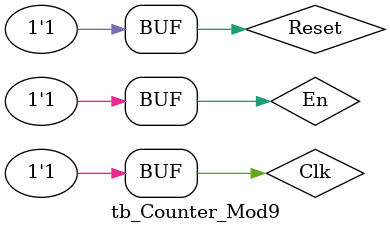
<source format=v>
`timescale 1ns/1ns

module Counter_Mod9(Clk, En, Reset, Out);

input Clk, En, Reset;
output [3:0] Out;

wire Tff2In, Tff3In;

T_FlipFlop TFF0(.Clk(Clk), .En(En), .Reset(Reset), .T(1'b1), .Q(Out[0]));
T_FlipFlop TFF1(.Clk(Clk), .En(En), .Reset(Reset), .T(Out[0]), .Q(Out[1]));
and TFF2IN(Tff2In, Out[0], Out[1]);
T_FlipFlop TFF2(.Clk(Clk), .En(En), .Reset(Reset), .T(Tff2In), .Q(Out[2]));
and TFF3IN(Tff3In, Tff2In, Out[2]);
T_FlipFlop TFF3(.Clk(Clk), .En(En), .Reset(Reset), .T(Tff3In), .Q(Out[3]));

endmodule



module tb_Counter_Mod9();

reg Clk, En, Reset;
wire [3:0] Out;

Counter_Mod9 COUNTER(.Clk(Clk), .En(En), .Reset(Reset), .Out(Out));

always begin
	#200 Clk = 1'b0;
	#200 Clk = 1'b1;
end

initial begin
	Clk = 1'b1;
	En = 1'b0; Reset = 1'b0;
	#100;
	En = 1'b1; Reset = 1'b1;
end
endmodule

</source>
